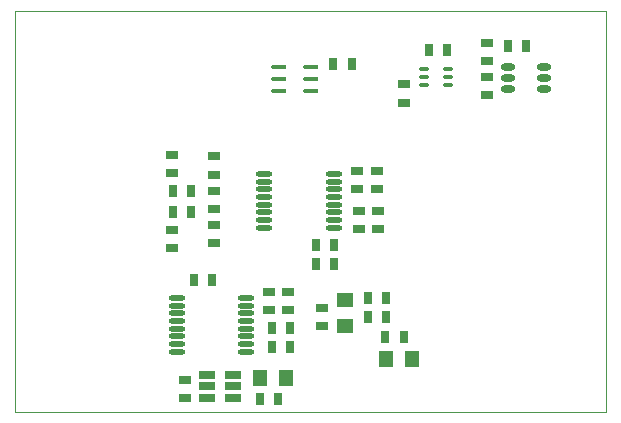
<source format=gtp>
G04 Layer_Color=8421504*
%FSLAX25Y25*%
%MOIN*%
G70*
G01*
G75*
%ADD11O,0.05118X0.01575*%
%ADD12R,0.03150X0.03937*%
%ADD13R,0.03937X0.03150*%
%ADD14O,0.03347X0.01181*%
%ADD15O,0.04724X0.02362*%
%ADD16O,0.05512X0.01772*%
%ADD17R,0.05118X0.05315*%
%ADD18R,0.05512X0.02756*%
%ADD19R,0.05315X0.05118*%
%ADD29C,0.00394*%
D11*
X87992Y114961D02*
D03*
Y111024D02*
D03*
Y107087D02*
D03*
X98622D02*
D03*
Y111024D02*
D03*
Y114961D02*
D03*
D12*
X106024Y116142D02*
D03*
X112087D02*
D03*
X52480Y73622D02*
D03*
X58543D02*
D03*
Y66929D02*
D03*
X52480D02*
D03*
X123346Y25197D02*
D03*
X129409D02*
D03*
X117441Y31890D02*
D03*
X123504D02*
D03*
X117441Y38189D02*
D03*
X123504D02*
D03*
X59567Y44094D02*
D03*
X65630D02*
D03*
X91614Y27953D02*
D03*
X85551D02*
D03*
X91614Y21654D02*
D03*
X85551D02*
D03*
X81614Y4331D02*
D03*
X87677D02*
D03*
X106181Y55905D02*
D03*
X100118D02*
D03*
X106181Y49606D02*
D03*
X100118D02*
D03*
X137913Y120866D02*
D03*
X143976D02*
D03*
X164291Y122047D02*
D03*
X170354D02*
D03*
D13*
X129527Y109331D02*
D03*
Y103268D02*
D03*
X157087Y123110D02*
D03*
Y117047D02*
D03*
X52362Y54843D02*
D03*
Y60905D02*
D03*
Y85709D02*
D03*
Y79646D02*
D03*
X66142Y73898D02*
D03*
Y67835D02*
D03*
Y62480D02*
D03*
Y56417D02*
D03*
Y85315D02*
D03*
Y79252D02*
D03*
X102362Y28858D02*
D03*
Y34921D02*
D03*
X84646Y33976D02*
D03*
Y40039D02*
D03*
X90945Y33976D02*
D03*
Y40039D02*
D03*
X56693Y4843D02*
D03*
Y10905D02*
D03*
X114567Y67205D02*
D03*
Y61142D02*
D03*
X120866Y67205D02*
D03*
Y61142D02*
D03*
X113779Y74528D02*
D03*
Y80590D02*
D03*
X120472Y74528D02*
D03*
Y80590D02*
D03*
X157087Y111693D02*
D03*
Y105630D02*
D03*
D14*
X144095Y114370D02*
D03*
Y111811D02*
D03*
Y109252D02*
D03*
X136221D02*
D03*
Y111811D02*
D03*
Y114370D02*
D03*
D15*
X164075Y114961D02*
D03*
Y111417D02*
D03*
Y107874D02*
D03*
X176083D02*
D03*
Y111417D02*
D03*
Y114961D02*
D03*
D16*
X76968Y20177D02*
D03*
Y22736D02*
D03*
Y25295D02*
D03*
Y27854D02*
D03*
Y30413D02*
D03*
Y32972D02*
D03*
Y35531D02*
D03*
Y38091D02*
D03*
X53740Y20177D02*
D03*
Y22736D02*
D03*
Y25295D02*
D03*
Y27854D02*
D03*
Y30413D02*
D03*
Y32972D02*
D03*
Y35531D02*
D03*
Y38091D02*
D03*
X106114Y61543D02*
D03*
Y64102D02*
D03*
Y66661D02*
D03*
Y69221D02*
D03*
Y71780D02*
D03*
Y74339D02*
D03*
Y76898D02*
D03*
Y79457D02*
D03*
X82886Y61543D02*
D03*
Y64102D02*
D03*
Y66661D02*
D03*
Y69221D02*
D03*
Y71780D02*
D03*
Y74339D02*
D03*
Y76898D02*
D03*
Y79457D02*
D03*
D17*
X123622Y17717D02*
D03*
X132283D02*
D03*
X81496Y11417D02*
D03*
X90158D02*
D03*
D18*
X72441Y12402D02*
D03*
Y8661D02*
D03*
Y4921D02*
D03*
X63779D02*
D03*
Y8661D02*
D03*
Y12402D02*
D03*
D19*
X109843Y28740D02*
D03*
Y37402D02*
D03*
D29*
X0Y0D02*
Y133858D01*
X196850D01*
X0Y0D02*
X196850D01*
X135000D02*
X196850D01*
Y133858D01*
X0Y118000D02*
Y133465D01*
M02*

</source>
